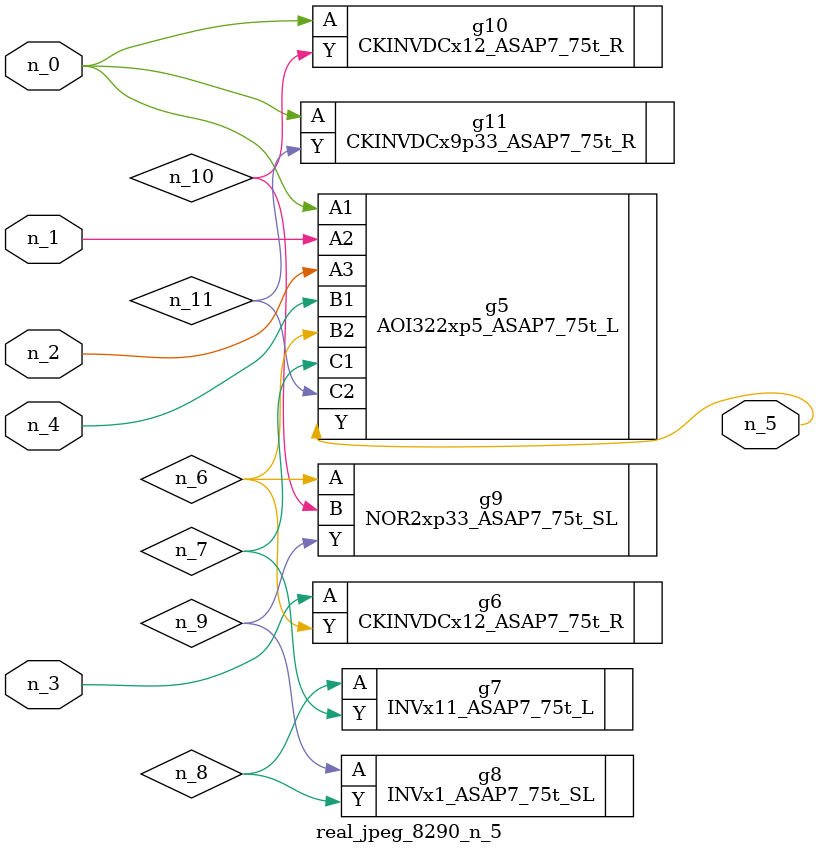
<source format=v>
module real_jpeg_8290_n_5 (n_4, n_0, n_1, n_2, n_3, n_5);

input n_4;
input n_0;
input n_1;
input n_2;
input n_3;

output n_5;

wire n_8;
wire n_11;
wire n_6;
wire n_7;
wire n_10;
wire n_9;

AOI322xp5_ASAP7_75t_L g5 ( 
.A1(n_0),
.A2(n_1),
.A3(n_2),
.B1(n_4),
.B2(n_6),
.C1(n_7),
.C2(n_11),
.Y(n_5)
);

CKINVDCx12_ASAP7_75t_R g10 ( 
.A(n_0),
.Y(n_10)
);

CKINVDCx9p33_ASAP7_75t_R g11 ( 
.A(n_0),
.Y(n_11)
);

CKINVDCx12_ASAP7_75t_R g6 ( 
.A(n_3),
.Y(n_6)
);

NOR2xp33_ASAP7_75t_SL g9 ( 
.A(n_6),
.B(n_10),
.Y(n_9)
);

INVx11_ASAP7_75t_L g7 ( 
.A(n_8),
.Y(n_7)
);

INVx1_ASAP7_75t_SL g8 ( 
.A(n_9),
.Y(n_8)
);


endmodule
</source>
